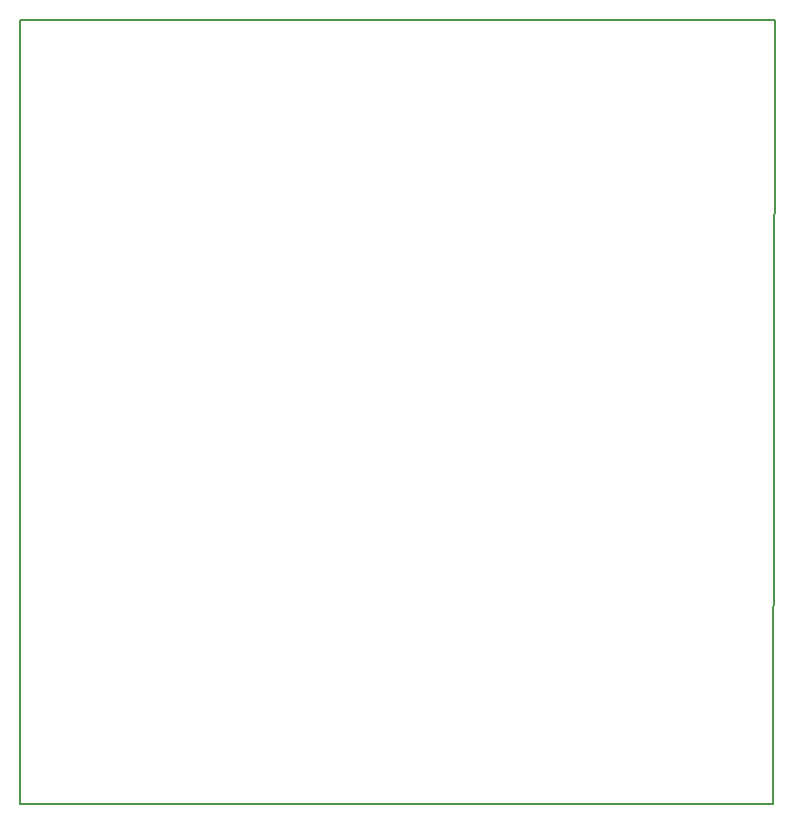
<source format=gbr>
G04 #@! TF.GenerationSoftware,KiCad,Pcbnew,(5.0.1)-rc2*
G04 #@! TF.CreationDate,2018-11-18T14:41:54-07:00*
G04 #@! TF.ProjectId,PowerSupply,506F776572537570706C792E6B696361,rev?*
G04 #@! TF.SameCoordinates,Original*
G04 #@! TF.FileFunction,Profile,NP*
%FSLAX46Y46*%
G04 Gerber Fmt 4.6, Leading zero omitted, Abs format (unit mm)*
G04 Created by KiCad (PCBNEW (5.0.1)-rc2) date 11/18/2018 2:41:54 PM*
%MOMM*%
%LPD*%
G01*
G04 APERTURE LIST*
%ADD10C,0.150000*%
G04 APERTURE END LIST*
D10*
X248400000Y-151300000D02*
X248400000Y-151100000D01*
X184600000Y-151300000D02*
X248400000Y-151300000D01*
X184600000Y-84900000D02*
X184600000Y-151300000D01*
X248500000Y-84900000D02*
X184600000Y-84900000D01*
X248400000Y-151200000D02*
X248500000Y-84900000D01*
M02*

</source>
